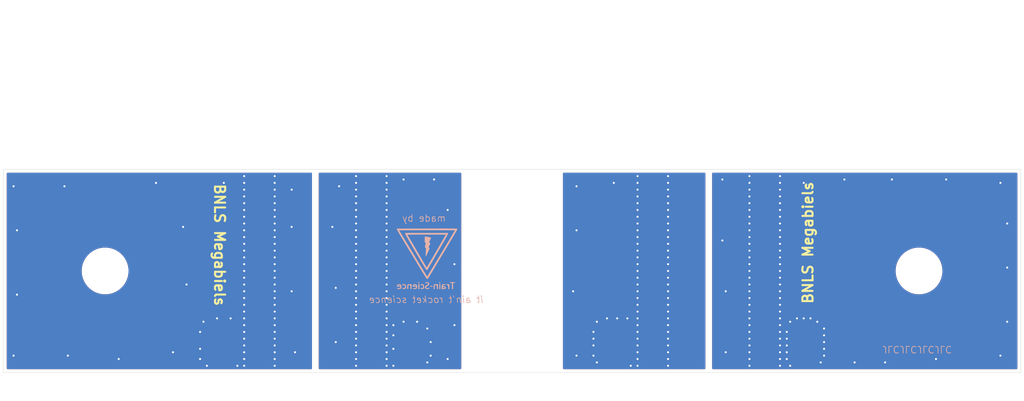
<source format=kicad_pcb>
(kicad_pcb (version 20240108) (generator "pcbnew") (generator_version "8.0")
  (layers (0 "F.Cu" signal) (31 "B.Cu" signal) (34 "B.Paste" user) (35 "F.Paste" user) (36 "B.SilkS" user "B.Silkscreen") (37 "F.SilkS" user "F.Silkscreen") (38 "B.Mask" user) (39 "F.Mask" user) (44 "Edge.Cuts" user))
  (net 0 "")
  (net 1 "/A")
  (net 2 "/B")
  (footprint "Connector_Wire:SolderWirePad_1x01_SMD_1x2mm" (layer "F.Cu") (at 158 104)
    (property "Reference" "J101" (hide yes))
    (property "Value" "Conn_01x01_Pin")
    (pad "1" smd roundrect (at 0 0) (size 3 5) (layers "F.Cu" "F.Paste" "F.Mask") (net 1 "/A"))
  )
  (footprint "MountingHole:MountingHole_6.4mm_M6" (layer "F.Cu") (at 55 93)
    (property "Reference" "REF**" (hide yes))
    (property "Value" "MountingHole_6.4mm_M6")
    (pad "" np_thru_hole circle (at 0 0) (size 6.4 6.4) (drill 6.4) (layers "*.Cu" "*.Mask"))
  )
  (footprint "Connector_Wire:SolderWirePad_1x01_SMD_1x2mm" (layer "F.Cu") (at 100 104)
    (property "Reference" "J101" (hide yes))
    (property "Value" "Conn_01x01_Pin")
    (pad "1" smd roundrect (at 0 0) (size 3 5) (layers "F.Cu" "F.Paste" "F.Mask") (net 1 "/A"))
  )
  (footprint "MountingHole:MountingHole_6.4mm_M6" (layer "F.Cu") (at 115 93)
    (property "Reference" "REF**" (hide yes))
    (property "Value" "MountingHole_6.4mm_M6")
    (pad "" np_thru_hole circle (at 0 0) (size 6.4 6.4) (drill 6.4) (layers "F&B.Cu" "*.Mask"))
  )
  (footprint "Connector_Wire:SolderWirePad_1x01_SMD_1x2mm" (layer "F.Cu") (at 130 104)
    (property "Reference" "J102" (hide yes))
    (property "Value" "Conn_01x01_Pin")
    (pad "1" smd roundrect (at 0 0) (size 3 5) (layers "F.Cu" "F.Paste" "F.Mask") (net 2 "/B"))
  )
  (footprint "Connector_Wire:SolderWirePad_1x01_SMD_1x2mm" (layer "F.Cu") (at 72 104)
    (property "Reference" "J102" (hide yes))
    (property "Value" "Conn_01x01_Pin")
    (pad "1" smd roundrect (at 0 0) (size 3 5) (layers "F.Cu" "F.Paste" "F.Mask") (net 2 "/B"))
  )
  (footprint "MountingHole:MountingHole_6.4mm_M6" (layer "F.Cu") (at 175 93)
    (property "Reference" "REF**" (hide yes))
    (property "Value" "MountingHole_6.4mm_M6")
    (pad "" np_thru_hole circle (at 0 0) (size 6.4 6.4) (drill 6.4) (layers "F&B.Cu" "*.Mask"))
  )
  (footprint "custom_kicad_lib_sk:Train-Science logo small" (layer "B.Cu") (at 102.4 91.3 180)
    (property "Reference" "G***" (hide yes))
    (property "Value" "LOGO" (hide yes))
    (fp_poly (pts (xy 1.223321 -4.3782) (xy 1.062357 -4.3782) (xy 1.062357 -3.637769) (xy 1.223321 -3.637769)) (fill solid) (layer "B.SilkS"))
    (fp_poly (pts (xy -1.867174 -4.3782) (xy -2.028137 -4.3782) (xy -2.028137 -3.637769) (xy -1.867174 -3.637769)) (fill solid) (layer "B.SilkS"))
    (fp_poly (pts (xy 1.211443 -3.365565) (xy 1.235424 -3.397528) (xy 1.241537 -3.467248) (xy 1.192998 -3.5033) (xy 1.1387 -3.508999) (xy 1.079454 -3.497959) (xy 1.066286 -3.453786) (xy 1.068167 -3.436565) (xy 1.099438 -3.378361) (xy 1.155683 -3.352714)) (fill solid) (layer "B.SilkS"))
    (fp_poly (pts (xy -1.879051 -3.365565) (xy -1.85507 -3.397528) (xy -1.848957 -3.467248) (xy -1.897497 -3.5033) (xy -1.951794 -3.508999) (xy -2.01104 -3.497959) (xy -2.024208 -3.453786) (xy -2.022328 -3.436565) (xy -1.991057 -3.378361) (xy -1.934811 -3.352714)) (fill solid) (layer "B.SilkS"))
    (fp_poly (pts (xy -0.612737 -3.9006) (xy -0.533283 -3.922266) (xy -0.490713 -3.961014) (xy -0.488845 -3.967744) (xy -0.490951 -3.998166) (xy -0.520453 -4.01526) (xy -0.590351 -4.022672) (xy -0.689781 -4.024081) (xy -0.808268 -4.020841) (xy -0.874379 -4.009353) (xy -0.899883 -3.986965) (xy -0.901394 -3.976406) (xy -0.873403 -3.933919) (xy -0.802697 -3.906845) (xy -0.709175 -3.895599)) (fill solid) (layer "B.SilkS"))
    (fp_poly (pts (xy -3.20706 -3.649174) (xy -3.187072 -3.671095) (xy -3.167366 -3.687977) (xy -3.124803 -3.671095) (xy -3.032476 -3.639196) (xy -2.952967 -3.641074) (xy -2.904379 -3.674259) (xy -2.897338 -3.702155) (xy -2.912873 -3.749633) (xy -2.970283 -3.766013) (xy -2.992091 -3.76654) (xy -3.08017 -3.784752) (xy -3.139695 -3.843818) (xy -3.1741 -3.950385) (xy -3.18682 -4.1111) (xy -3.187072 -4.143919) (xy -3.188151 -4.264488) (xy -3.194538 -4.33444) (xy -3.210963 -4.367539) (xy -3.242154 -4.377549) (xy -3.267554 -4.3782) (xy -3.348035 -4.3782) (xy -3.348035 -3.637769) (xy -3.267554 -3.637769)) (fill solid) (layer "B.SilkS"))
    (fp_poly (pts (xy -3.669632 -3.34866) (xy -3.559722 -3.351709) (xy -3.492918 -3.358945) (xy -3.458582 -3.372129) (xy -3.446076 -3.393024) (xy -3.444613 -3.412421) (xy -3.454092 -3.452657) (xy -3.493451 -3.471683) (xy -3.579073 -3.476782) (xy -3.58948 -3.476806) (xy -3.734347 -3.476806) (xy -3.734347 -4.3782) (xy -3.89531 -4.3782) (xy -3.89531 -3.480334) (xy -4.047936 -3.470522) (xy -4.148526 -3.457408) (xy -4.198923 -3.431105) (xy -4.21126 -3.404373) (xy -4.210399 -3.380588) (xy -4.190335 -3.364589) (xy -4.140901 -3.354863) (xy -4.051928 -3.349892) (xy -3.91325 -3.348161) (xy -3.833286 -3.348036)) (fill solid) (layer "B.SilkS"))
    (fp_poly (pts (xy 3.456146 -3.654371) (xy 3.543105 -3.697368) (xy 3.592791 -3.756548) (xy 3.594178 -3.814197) (xy 3.572895 -3.852981) (xy 3.542199 -3.843557) (xy 3.513841 -3.819211) (xy 3.424501 -3.7745) (xy 3.322943 -3.773442) (xy 3.238538 -3.81626) (xy 3.237661 -3.817129) (xy 3.201357 -3.890078) (xy 3.187495 -3.994878) (xy 3.196074 -4.103032) (xy 3.227095 -4.186043) (xy 3.237661 -4.198841) (xy 3.321639 -4.242246) (xy 3.423161 -4.241772) (xy 3.512857 -4.197642) (xy 3.513841 -4.196759) (xy 3.559116 -4.162129) (xy 3.582547 -4.174932) (xy 3.594178 -4.201773) (xy 3.589623 -4.267108) (xy 3.534669 -4.324764) (xy 3.443265 -4.364981) (xy 3.341993 -4.3782) (xy 3.23693 -4.364144) (xy 3.150524 -4.312169) (xy 3.116435 -4.280323) (xy 3.06227 -4.220957) (xy 3.03476 -4.166703) (xy 3.027277 -4.094215) (xy 3.032787 -3.985733) (xy 3.063239 -3.823108) (xy 3.128926 -3.713042) (xy 3.232557 -3.652527) (xy 3.346264 -3.637769)) (fill solid) (layer "B.SilkS"))
    (fp_poly (pts (xy 0.784156 -3.654371) (xy 0.871115 -3.697368) (xy 0.920801 -3.756548) (xy 0.922188 -3.814197) (xy 0.900905 -3.852981) (xy 0.870209 -3.843557) (xy 0.841851 -3.819211) (xy 0.752511 -3.7745) (xy 0.650954 -3.773442) (xy 0.566548 -3.81626) (xy 0.565671 -3.817129) (xy 0.529974 -3.888454) (xy 0.515171 -3.998249) (xy 0.515082 -4.007985) (xy 0.527932 -4.119813) (xy 0.562192 -4.195116) (xy 0.565671 -4.198841) (xy 0.649649 -4.242246) (xy 0.751171 -4.241772) (xy 0.840868 -4.197642) (xy 0.841851 -4.196759) (xy 0.887126 -4.162129) (xy 0.910558 -4.174932) (xy 0.922188 -4.201773) (xy 0.917633 -4.267108) (xy 0.862679 -4.324764) (xy 0.771275 -4.364981) (xy 0.670003 -4.3782) (xy 0.56494 -4.364144) (xy 0.478534 -4.312169) (xy 0.444446 -4.280323) (xy 0.39028 -4.220957) (xy 0.36277 -4.166703) (xy 0.355287 -4.094215) (xy 0.360798 -3.985733) (xy 0.391249 -3.823108) (xy 0.456936 -3.713042) (xy 0.560567 -3.652527) (xy 0.674274 -3.637769)) (fill solid) (layer "B.SilkS"))
    (fp_poly (pts (xy 0.08045 -3.363771) (xy 0.163476 -3.40824) (xy 0.193154 -3.477335) (xy 0.193156 -3.477939) (xy 0.170182 -3.528914) (xy 0.121334 -3.539789) (xy 0.080482 -3.508999) (xy 0.032611 -3.483439) (xy -0.047363 -3.477888) (xy -0.130866 -3.490818) (xy -0.189325 -3.520703) (xy -0.191874 -3.52355) (xy -0.21804 -3.596183) (xy -0.180966 -3.673245) (xy -0.081544 -3.753443) (xy -0.004028 -3.796699) (xy 0.136108 -3.882305) (xy 0.216714 -3.971193) (xy 0.24249 -4.071135) (xy 0.223825 -4.173564) (xy 0.164082 -4.275535) (xy 0.095495 -4.330471) (xy -0.018443 -4.366535) (xy -0.150995 -4.376193) (xy -0.274362 -4.359597) (xy -0.346956 -4.328086) (xy -0.40363 -4.272052) (xy -0.419312 -4.22251) (xy -0.394108 -4.195068) (xy -0.346071 -4.199064) (xy -0.197064 -4.233359) (xy -0.075009 -4.242002) (xy 0.005829 -4.224264) (xy 0.015788 -4.217493) (xy 0.061853 -4.14537) (xy 0.055341 -4.062595) (xy 0.002818 -3.983964) (xy -0.089151 -3.924271) (xy -0.119083 -3.913566) (xy -0.188092 -3.877866) (xy -0.269912 -3.816568) (xy -0.288095 -3.800264) (xy -0.365715 -3.694707) (xy -0.385703 -3.587357) (xy -0.353625 -3.488715) (xy -0.27505 -3.409279) (xy -0.155545 -3.359551) (xy -0.048289 -3.348036)) (fill solid) (layer "B.SilkS"))
    (fp_poly (pts (xy -2.40532 -3.645768) (xy -2.326525 -3.67613) (xy -2.275297 -3.738404) (xy -2.245189 -3.842138) (xy -2.22975 -3.996881) (xy -2.226439 -4.069661) (xy -2.215488 -4.366149) (xy -2.45432 -4.371021) (xy -2.611055 -4.367821) (xy -2.715337 -4.349617) (xy -2.763052 -4.326932) (xy -2.817997 -4.253657) (xy -2.8318 -4.157537) (xy -2.826579 -4.141434) (xy -2.663371 -4.141434) (xy -2.661178 -4.198977) (xy -2.617211 -4.235887) (xy -2.541587 -4.248708) (xy -2.462907 -4.236034) (xy -2.420887 -4.210799) (xy -2.387663 -4.147033) (xy -2.382256 -4.110009) (xy -2.391113 -4.070273) (xy -2.429399 -4.05887) (xy -2.5002 -4.066989) (xy -2.611613 -4.096669) (xy -2.663371 -4.141434) (xy -2.826579 -4.141434) (xy -2.80241 -4.066887) (xy -2.783578 -4.04369) (xy -2.714915 -4.000608) (xy -2.611053 -3.960717) (xy -2.500848 -3.933723) (xy -2.438593 -3.927683) (xy -2.39073 -3.905832) (xy -2.389171 -3.848663) (xy -2.411779 -3.801951) (xy -2.44845 -3.775964) (xy -2.522247 -3.768689) (xy -2.620538 -3.77548) (xy -2.726931 -3.782973) (xy -2.782746 -3.776184) (xy -2.800575 -3.753278) (xy -2.80076 -3.74925) (xy -2.770723 -3.693209) (xy -2.685633 -3.655257) (xy -2.553023 -3.638364) (xy -2.518132 -3.637769)) (fill solid) (layer "B.SilkS"))
    (fp_poly (pts (xy 4.191957 -3.665419) (xy 4.293411 -3.737669) (xy 4.360573 -3.838471) (xy 4.3782 -3.925027) (xy 4.3782 -4.024081) (xy 4.120659 -4.024081) (xy 3.992123 -4.025517) (xy 3.915069 -4.031892) (xy 3.876617 -4.046313) (xy 3.86389 -4.071882) (xy 3.863118 -4.086167) (xy 3.886785 -4.17496) (xy 3.959423 -4.227168) (xy 4.083491 -4.244072) (xy 4.15906 -4.240295) (xy 4.267524 -4.233706) (xy 4.325375 -4.2403) (xy 4.345405 -4.262067) (xy 4.346008 -4.269376) (xy 4.317527 -4.321331) (xy 4.243324 -4.357024) (xy 4.140255 -4.375338) (xy 4.025174 -4.375154) (xy 3.91494 -4.355354) (xy 3.826407 -4.31482) (xy 3.813457 -4.304705) (xy 3.748327 -4.223779) (xy 3.71501 -4.110586) (xy 3.710957 -4.07989) (xy 3.714938 -3.908) (xy 3.730244 -3.869557) (xy 3.863118 -3.869557) (xy 3.892233 -3.883662) (xy 3.967337 -3.893017) (xy 4.040178 -3.895311) (xy 4.137154 -3.891076) (xy 4.201466 -3.880152) (xy 4.217237 -3.869557) (xy 4.188421 -3.814477) (xy 4.114915 -3.776712) (xy 4.040178 -3.76654) (xy 3.945509 -3.783306) (xy 3.880602 -3.826073) (xy 3.863118 -3.869557) (xy 3.730244 -3.869557) (xy 3.767799 -3.775233) (xy 3.866587 -3.685192) (xy 4.008349 -3.641482) (xy 4.073248 -3.637769)) (fill solid) (layer "B.SilkS"))
    (fp_poly (pts (xy 2.715567 -3.652213) (xy 2.788671 -3.700519) (xy 2.835175 -3.79015) (xy 2.859236 -3.928568) (xy 2.865146 -4.092808) (xy 2.86448 -4.228722) (xy 2.860137 -4.312734) (xy 2.848595 -4.357328) (xy 2.826334 -4.374987) (xy 2.789834 -4.378194) (xy 2.784664 -4.3782) (xy 2.744587 -4.375415) (xy 2.72067 -4.358257) (xy 2.708742 -4.313522) (xy 2.704637 -4.228007) (xy 2.704183 -4.123292) (xy 2.70181 -3.995739) (xy 2.69553 -3.889366) (xy 2.686599 -3.82384) (xy 2.684642 -3.817462) (xy 2.638586 -3.775444) (xy 2.56069 -3.771399) (xy 2.471162 -3.805399) (xy 2.453804 -3.816654) (xy 2.417528 -3.84892) (xy 2.396019 -3.893461) (xy 2.385541 -3.966262) (xy 2.382352 -4.083304) (xy 2.382256 -4.122485) (xy 2.381383 -4.249664) (xy 2.375999 -4.325642) (xy 2.361955 -4.363601) (xy 2.335101 -4.376724) (xy 2.301774 -4.3782) (xy 2.221293 -4.3782) (xy 2.221293 -4.007985) (xy 2.22168 -3.849262) (xy 2.224378 -3.743962) (xy 2.231689 -3.681124) (xy 2.245918 -3.649787) (xy 2.269368 -3.638988) (xy 2.299092 -3.637769) (xy 2.364561 -3.652507) (xy 2.391646 -3.67801) (xy 2.413142 -3.702107) (xy 2.449056 -3.67801) (xy 2.508105 -3.651219) (xy 2.597263 -3.63805) (xy 2.611707 -3.637769)) (fill solid) (layer "B.SilkS"))
    (fp_poly (pts (xy 1.874086 -3.665419) (xy 1.97554 -3.737669) (xy 2.042702 -3.838471) (xy 2.06033 -3.925027) (xy 2.06033 -4.024081) (xy 1.802788 -4.024081) (xy 1.674253 -4.025517) (xy 1.597198 -4.031892) (xy 1.558746 -4.046313) (xy 1.54602 -4.071882) (xy 1.545247 -4.086167) (xy 1.568914 -4.17496) (xy 1.641552 -4.227168) (xy 1.76562 -4.244072) (xy 1.841189 -4.240295) (xy 1.949653 -4.233706) (xy 2.007504 -4.2403) (xy 2.027535 -4.262067) (xy 2.028137 -4.269376) (xy 1.999657 -4.321331) (xy 1.925454 -4.357024) (xy 1.822384 -4.375338) (xy 1.707304 -4.375154) (xy 1.597069 -4.355354) (xy 1.508536 -4.31482) (xy 1.495586 -4.304705) (xy 1.430456 -4.223779) (xy 1.397139 -4.110586) (xy 1.393087 -4.07989) (xy 1.397067 -3.908) (xy 1.412373 -3.869557) (xy 1.545247 -3.869557) (xy 1.574363 -3.883662) (xy 1.649466 -3.893017) (xy 1.722307 -3.895311) (xy 1.819283 -3.891076) (xy 1.883595 -3.880152) (xy 1.899366 -3.869557) (xy 1.87055 -3.814477) (xy 1.797044 -3.776712) (xy 1.722307 -3.76654) (xy 1.627639 -3.783306) (xy 1.562731 -3.826073) (xy 1.545247 -3.869557) (xy 1.412373 -3.869557) (xy 1.449928 -3.775233) (xy 1.548716 -3.685192) (xy 1.690478 -3.641482) (xy 1.755377 -3.637769)) (fill solid) (layer "B.SilkS"))
    (fp_poly (pts (xy -1.179743 -3.652213) (xy -1.106639 -3.700519) (xy -1.060135 -3.79015) (xy -1.036075 -3.928568) (xy -1.030165 -4.092808) (xy -1.03083 -4.228722) (xy -1.035174 -4.312734) (xy -1.046716 -4.357328) (xy -1.068976 -4.374987) (xy -1.105476 -4.378194) (xy -1.110646 -4.3782) (xy -1.150723 -4.375415) (xy -1.174641 -4.358257) (xy -1.186568 -4.313522) (xy -1.190674 -4.228007) (xy -1.191128 -4.123292) (xy -1.193501 -3.995739) (xy -1.199781 -3.889366) (xy -1.208712 -3.82384) (xy -1.210669 -3.817462) (xy -1.256725 -3.775444) (xy -1.33462 -3.771399) (xy -1.424149 -3.805399) (xy -1.441506 -3.816654) (xy -1.477783 -3.84892) (xy -1.499291 -3.893461) (xy -1.50977 -3.966262) (xy -1.512958 -4.083304) (xy -1.513054 -4.122485) (xy -1.513927 -4.249664) (xy -1.519311 -4.325642) (xy -1.533355 -4.363601) (xy -1.560209 -4.376724) (xy -1.593536 -4.3782) (xy -1.674018 -4.3782) (xy -1.674018 -4.007985) (xy -1.67363 -3.849262) (xy -1.670933 -3.743962) (xy -1.663621 -3.681124) (xy -1.649392 -3.649787) (xy -1.625943 -3.638988) (xy -1.596219 -3.637769) (xy -1.53075 -3.652507) (xy -1.503665 -3.67801) (xy -1.482168 -3.702107) (xy -1.446255 -3.67801) (xy -1.387205 -3.651219) (xy -1.298048 -3.63805) (xy -1.283604 -3.637769)) (fill solid) (layer "B.SilkS"))
    (fp_poly (pts (xy 0.250482 3.398018) (xy 0.258312 3.360431) (xy 0.266207 3.271171) (xy 0.273323 3.142944) (xy 0.278815 2.988455) (xy 0.279494 2.961822) (xy 0.283147 2.79102) (xy 0.28333 2.672993) (xy 0.27842 2.596159) (xy 0.266793 2.548934) (xy 0.246824 2.519735) (xy 0.216889 2.496979) (xy 0.214047 2.495112) (xy 0.177374 2.463714) (xy 0.157846 2.420729) (xy 0.155167 2.353836) (xy 0.169042 2.250716) (xy 0.199173 2.099046) (xy 0.20399 2.076426) (xy 0.234196 1.927607) (xy 0.248081 1.829473) (xy 0.244797 1.770209) (xy 0.223496 1.738003) (xy 0.183328 1.721039) (xy 0.178383 1.719762) (xy 0.093995 1.698582) (xy 0.113104 1.340229) (xy 0.122361 1.168329) (xy 0.13182 0.9955) (xy 0.140114 0.846597) (xy 0.144094 0.776804) (xy 0.147732 0.616402) (xy 0.136399 0.518612) (xy 0.110043 0.48341) (xy 0.068612 0.510774) (xy 0.012053 0.600683) (xy -0.036281 0.70019) (xy -0.094889 0.829583) (xy -0.151819 0.955614) (xy -0.192615 1.046261) (xy -0.235959 1.142058) (xy -0.293724 1.268625) (xy -0.352412 1.396402) (xy -0.410483 1.535855) (xy -0.432862 1.630868) (xy -0.419591 1.690556) (xy -0.370712 1.724039) (xy -0.353957 1.729118) (xy -0.302087 1.746117) (xy -0.289734 1.754248) (xy -0.301976 1.787815) (xy -0.333966 1.863803) (xy -0.378601 1.966115) (xy -0.428778 2.078653) (xy -0.477393 2.185319) (xy -0.517132 2.269582) (xy -0.553917 2.350924) (xy -0.561542 2.396199) (xy -0.540994 2.426228) (xy -0.525165 2.438593) (xy -0.452176 2.472508) (xy -0.412351 2.478834) (xy -0.36338 2.484926) (xy -0.354119 2.492061) (xy -0.366789 2.526986) (xy -0.400137 2.60474) (xy -0.447168 2.710013) (xy -0.500888 2.827498) (xy -0.554304 2.941887) (xy -0.600421 3.037873) (xy -0.630486 3.096942) (xy -0.659596 3.160107) (xy -0.65177 3.193594) (xy -0.620583 3.213855) (xy -0.53333 3.246777) (xy -0.395236 3.27925) (xy -0.273637 3.301207) (xy -0.190498 3.31751) (xy -0.07335 3.34338) (xy 0.027233 3.367139) (xy 0.134416 3.389945) (xy 0.215087 3.40089)) (fill solid) (layer "B.SilkS"))
    (fp_poly (pts (xy 3.179239 3.830925) (xy 3.169077 3.796052) (xy 3.134748 3.721875) (xy 3.075339 3.60678) (xy 2.989941 3.449155) (xy 2.877641 3.24739) (xy 2.737526 2.999872) (xy 2.568687 2.704989) (xy 2.370211 2.361128) (xy 2.141187 1.966679) (xy 1.880703 1.52003) (xy 1.631778 1.09455) (xy 1.368647 0.645596) (xy 1.135907 0.249143) (xy 0.93161 -0.097982) (xy 0.753807 -0.398953) (xy 0.60055 -0.656942) (xy 0.469891 -0.875124) (xy 0.359881 -1.05667) (xy 0.268572 -1.204755) (xy 0.194014 -1.322552) (xy 0.134261 -1.413233) (xy 0.087362 -1.479973) (xy 0.051371 -1.525943) (xy 0.024337 -1.554318) (xy 0.004314 -1.568271) (xy -0.004969 -1.571019) (xy -0.078828 -1.563333) (xy -0.118283 -1.538827) (xy -0.138767 -1.505458) (xy -0.189191 -1.420294) (xy -0.267262 -1.287274) (xy -0.370688 -1.110339) (xy -0.497173 -0.893428) (xy -0.644426 -0.640482) (xy -0.810153 -0.355441) (xy -0.99206 -0.042244) (xy -1.187855 0.295169) (xy -1.395243 0.652857) (xy -1.611932 1.02688) (xy -1.660439 1.110646) (xy -1.943382 1.600038) (xy -2.194371 2.035755) (xy -2.414343 2.419476) (xy -2.604234 2.752877) (xy -2.764981 3.037634) (xy -2.89752 3.275425) (xy -3.002787 3.467927) (xy -3.081719 3.616816) (xy -3.100264 3.653866) (xy -2.831057 3.653866) (xy -1.427803 1.229825) (xy -1.217976 0.867944) (xy -1.017222 0.522838) (xy -0.827885 0.198474) (xy -0.652308 -0.101185) (xy -0.492836 -0.372174) (xy -0.351814 -0.61053) (xy -0.231586 -0.812287) (xy -0.134496 -0.973481) (xy -0.062889 -1.090149) (xy -0.019109 -1.158326) (xy -0.005551 -1.175218) (xy 0.013203 -1.145197) (xy 0.062076 -1.063637) (xy 0.138687 -0.934577) (xy 0.240658 -0.762061) (xy 0.365609 -0.55013) (xy 0.511161 -0.302826) (xy 0.674935 -0.02419) (xy 0.854552 0.281735) (xy 1.047632 0.610908) (xy 1.251797 0.959287) (xy 1.421346 1.248823) (xy 2.829247 3.653866) (xy 1.414623 3.662249) (xy 1.04211 3.663984) (xy 0.624153 3.665121) (xy 0.179691 3.665659) (xy -0.272337 3.665598) (xy -0.712992 3.664938) (xy -1.123334 3.663678) (xy -1.415529 3.662249) (xy -2.831057 3.653866) (xy -3.100264 3.653866) (xy -3.135253 3.723769) (xy -3.164325 3.790463) (xy -3.17064 3.814829) (xy -3.170976 3.911407) (xy 3.170976 3.911407)) (fill solid) (layer "B.SilkS"))
    (fp_poly (pts (xy -2.177236 4.566716) (xy -1.724771 4.566214) (xy -1.217326 4.565463) (xy -0.651718 4.564501) (xy -0.055144 4.563421) (xy 4.394297 4.55526) (xy 4.402412 4.474778) (xy 4.392766 4.444092) (xy 4.360546 4.377472) (xy 4.304831 4.273357) (xy 4.224701 4.130187) (xy 4.119236 3.9464) (xy 3.987517 3.720436) (xy 3.828623 3.450735) (xy 3.641634 3.135735) (xy 3.425631 2.773875) (xy 3.179692 2.363596) (xy 2.902899 1.903335) (xy 2.594331 1.391532) (xy 2.253068 0.826627) (xy 2.210681 0.756527) (xy 1.892208 0.230049) (xy 1.605234 -0.243951) (xy 1.348069 -0.66817) (xy 1.119028 -1.045302) (xy 0.916421 -1.378044) (xy 0.738561 -1.669091) (xy 0.583761 -1.921141) (xy 0.450332 -2.136888) (xy 0.336586 -2.319029) (xy 0.240836 -2.470259) (xy 0.161394 -2.593274) (xy 0.096573 -2.690771) (xy 0.044683 -2.765444) (xy 0.004038 -2.819991) (xy -0.02705 -2.857107) (xy -0.05027 -2.879488) (xy -0.067308 -2.88983) (xy -0.073048 -2.891234) (xy -0.156237 -2.877194) (xy -0.204854 -2.826849) (xy -0.227047 -2.790521) (xy -0.280348 -2.702298) (xy -0.362758 -2.565508) (xy -0.47228 -2.383476) (xy -0.606914 -2.159531) (xy -0.764662 -1.897) (xy -0.943527 -1.599208) (xy -1.141509 -1.269484) (xy -1.356611 -0.911155) (xy -1.586834 -0.527547) (xy -1.830181 -0.121988) (xy -2.084652 0.302196) (xy -2.348249 0.741676) (xy -2.411808 0.847656) (xy -2.72913 1.377004) (xy -3.014693 1.853894) (xy -3.270035 2.280976) (xy -3.496692 2.660897) (xy -3.696204 2.996307) (xy -3.870107 3.289854) (xy -4.01994 3.544188) (xy -4.147239 3.761957) (xy -4.253544 3.94581) (xy -4.340391 4.098397) (xy -4.409319 4.222366) (xy -4.449721 4.297718) (xy -4.178624 4.297718) (xy -0.08088 -2.532058) (xy 0.192957 -2.079549) (xy 0.247331 -1.989669) (xy 0.332405 -1.84901) (xy 0.445566 -1.661887) (xy 0.584205 -1.43262) (xy 0.74571 -1.165527) (xy 0.92747 -0.864926) (xy 1.126875 -0.535135) (xy 1.341313 -0.180472) (xy 1.568173 0.194744) (xy 1.804844 0.586196) (xy 2.048716 0.989564) (xy 2.257763 1.33534) (xy 4.048733 4.297718) (xy 1.992174 4.306003) (xy 1.548356 4.307468) (xy 1.05587 4.308526) (xy 0.530432 4.309176) (xy -0.012241 4.309419) (xy -0.556433 4.309254) (xy -1.086428 4.308682) (xy -1.58651 4.307702) (xy -2.040962 4.306315) (xy -2.121505 4.306003) (xy -4.178624 4.297718) (xy -4.449721 4.297718) (xy -4.461864 4.320365) (xy -4.499566 4.395045) (xy -4.523961 4.449053) (xy -4.536588 4.485039) (xy -4.538984 4.505651) (xy -4.537712 4.509683) (xy -4.531875 4.518362) (xy -4.522005 4.526181) (xy -4.504918 4.533179) (xy -4.47743 4.539392) (xy -4.436357 4.54486) (xy -4.378514 4.549621) (xy -4.300717 4.553712) (xy -4.199782 4.557172) (xy -4.072525 4.560039) (xy -3.915762 4.562352) (xy -3.726308 4.564148) (xy -3.50098 4.565466) (xy -3.236592 4.566343) (xy -2.929962 4.566818) (xy -2.577905 4.56693)) (fill solid) (layer "B.SilkS"))
  )
  (gr_rect (start 40 78) (end 190 108) (stroke (width 0.05)) (fill none) (layer "Edge.Cuts"))
  (gr_text "made by" (at 105.3 85.8 0) (layer "B.SilkS") (effects (font (size 1 1) (thickness 0.1)) (justify left bottom mirror)))
  (gr_text "it ain't rocket science" (at 110.9 97.8 0) (layer "B.SilkS") (effects (font (size 1 1) (thickness 0.1) (italic yes)) (justify left bottom mirror)))
  (gr_text "JLCJLCJLCJLC" (at 169.5 104 180) (layer "B.SilkS") (effects (font (size 1 1) (thickness 0.1)) (justify left bottom mirror)))
  (gr_text "BNLS Megabiels" (at 159.5 98 90) (layer "F.SilkS") (effects (font (size 1.5 1.5) (thickness 0.3) (bold yes)) (justify left bottom)))
  (gr_text "BNLS Megabiels" (at 71 80 -90) (layer "F.SilkS") (effects (font (size 1.5 1.5) (thickness 0.3) (bold yes)) (justify left bottom)))
  (via (at 179 79.5) (size 0.6) (drill 0.3) (layers "F.Cu" "B.Cu") (net 1))
  (via (at 92 85) (size 0.6) (drill 0.3) (layers "F.Cu" "B.Cu") (net 1))
  (via (at 146.5 105) (size 0.6) (drill 0.3) (layers "F.Cu" "B.Cu") (net 1))
  (via (at 158 80) (size 0.6) (drill 0.3) (layers "F.Cu" "B.Cu") (net 1))
  (via (at 154.5 94) (size 0.6) (drill 0.3) (layers "F.Cu" "B.Cu") (net 1))
  (via (at 96.5 88) (size 0.6) (drill 0.3) (layers "F.Cu" "B.Cu") (net 1))
  (via (at 150 84) (size 0.6) (drill 0.3) (layers "F.Cu" "B.Cu") (net 1))
  (via (at 96.5 90) (size 0.6) (drill 0.3) (layers "F.Cu" "B.Cu") (net 1))
  (via (at 146 88.5) (size 0.6) (drill 0.3) (layers "F.Cu" "B.Cu") (net 1))
  (via (at 154.5 98) (size 0.6) (drill 0.3) (layers "F.Cu" "B.Cu") (net 1))
  (via (at 150 99) (size 0.6) (drill 0.3) (layers "F.Cu" "B.Cu") (net 1))
  (via (at 106.5 92) (size 0.6) (drill 0.3) (layers "F.Cu" "B.Cu") (net 1))
  (via (at 150 104) (size 0.6) (drill 0.3) (layers "F.Cu" "B.Cu") (net 1))
  (via (at 150 105) (size 0.6) (drill 0.3) (layers "F.Cu" "B.Cu") (net 1))
  (via (at 155.5 106) (size 0.6) (drill 0.3) (layers "F.Cu" "B.Cu") (net 1))
  (via (at 99 79.5) (size 0.6) (drill 0.3) (layers "F.Cu" "B.Cu") (net 1))
  (via (at 164 79.5) (size 0.6) (drill 0.3) (layers "F.Cu" "B.Cu") (net 1))
  (via (at 161 105.5) (size 0.6) (drill 0.3) (layers "F.Cu" "B.Cu") (net 1))
  (via (at 154.5 93) (size 0.6) (drill 0.3) (layers "F.Cu" "B.Cu") (net 1))
  (via (at 160 100.5) (size 0.6) (drill 0.3) (layers "F.Cu" "B.Cu") (net 1))
  (via (at 92 82) (size 0.6) (drill 0.3) (layers "F.Cu" "B.Cu") (net 1))
  (via (at 150 80) (size 0.6) (drill 0.3) (layers "F.Cu" "B.Cu") (net 1))
  (via (at 97.5 101) (size 0.6) (drill 0.3) (layers "F.Cu" "B.Cu") (net 1))
  (via (at 150 82) (size 0.6) (drill 0.3) (layers "F.Cu" "B.Cu") (net 1))
  (via (at 158 100) (size 0.6) (drill 0.3) (layers "F.Cu" "B.Cu") (net 1))
  (via (at 187 105.5) (size 0.6) (drill 0.3) (layers "F.Cu" "B.Cu") (net 1))
  (via (at 96.5 92) (size 0.6) (drill 0.3) (layers "F.Cu" "B.Cu") (net 1))
  (via (at 96.5 101) (size 0.6) (drill 0.3) (layers "F.Cu" "B.Cu") (net 1))
  (via (at 99 100.5) (size 0.6) (drill 0.3) (layers "F.Cu" "B.Cu") (net 1))
  (via (at 150 89) (size 0.6) (drill 0.3) (layers "F.Cu" "B.Cu") (net 1))
  (via (at 150 88) (size 0.6) (drill 0.3) (layers "F.Cu" "B.Cu") (net 1))
  (via (at 92 98) (size 0.6) (drill 0.3) (layers "F.Cu" "B.Cu") (net 1))
  (via (at 89 95.5) (size 0.6) (drill 0.3) (layers "F.Cu" "B.Cu") (net 1))
  (via (at 150 103) (size 0.6) (drill 0.3) (layers "F.Cu" "B.Cu") (net 1))
  (via (at 96.5 96) (size 0.6) (drill 0.3) (layers "F.Cu" "B.Cu") (net 1))
  (via (at 161 102.5) (size 0.6) (drill 0.3) (layers "F.Cu" "B.Cu") (net 1))
  (via (at 150 90) (size 0.6) (drill 0.3) (layers "F.Cu" "B.Cu") (net 1))
  (via (at 154.5 80) (size 0.6) (drill 0.3) (layers "F.Cu" "B.Cu") (net 1))
  (via (at 154.5 82) (size 0.6) (drill 0.3) (layers "F.Cu" "B.Cu") (net 1))
  (via (at 161 101.5) (size 0.6) (drill 0.3) (layers "F.Cu" "B.Cu") (net 1))
  (via (at 161 104.5) (size 0.6) (drill 0.3) (layers "F.Cu" "B.Cu") (net 1))
  (via (at 96.5 84) (size 0.6) (drill 0.3) (layers "F.Cu" "B.Cu") (net 1))
  (via (at 150 106) (size 0.6) (drill 0.3) (layers "F.Cu" "B.Cu") (net 1))
  (via (at 96.5 106) (size 0.6) (drill 0.3) (layers "F.Cu" "B.Cu") (net 1))
  (via (at 92 99) (size 0.6) (drill 0.3) (layers "F.Cu" "B.Cu") (net 1))
  (via (at 187 80) (size 0.6) (drill 0.3) (layers "F.Cu" "B.Cu") (net 1))
  (via (at 150 81) (size 0.6) (drill 0.3) (layers "F.Cu" "B.Cu") (net 1))
  (via (at 170 106.5) (size 0.6) (drill 0.3) (layers "F.Cu" "B.Cu") (net 1))
  (via (at 92 89) (size 0.6) (drill 0.3) (layers "F.Cu" "B.Cu") (net 1))
  (via (at 105.5 84) (size 0.6) (drill 0.3) (layers "F.Cu" "B.Cu") (net 1))
  (via (at 96.5 85) (size 0.6) (drill 0.3) (layers "F.Cu" "B.Cu") (net 1))
  (via (at 188 92.5) (size 0.6) (drill 0.3) (layers "F.Cu" "B.Cu") (net 1))
  (via (at 154.5 92) (size 0.6) (drill 0.3) (layers "F.Cu" "B.Cu") (net 1))
  (via (at 155.5 105) (size 0.6) (drill 0.3) (layers "F.Cu" "B.Cu") (net 1))
  (via (at 103 105.5) (size 0.6) (drill 0.3) (layers "F.Cu" "B.Cu") (net 1))
  (via (at 102.5 106.5) (size 0.6) (drill 0.3) (layers "F.Cu" "B.Cu") (net 1))
  (via (at 150 96) (size 0.6) (drill 0.3) (layers "F.Cu" "B.Cu") (net 1))
  (via (at 96.5 97) (size 0.6) (drill 0.3) (layers "F.Cu" "B.Cu") (net 1))
  (via (at 150 92) (size 0.6) (drill 0.3) (layers "F.Cu" "B.Cu") (net 1))
  (via (at 103 103.5) (size 0.6) (drill 0.3) (layers "F.Cu" "B.Cu") (net 1))
  (via (at 92 101) (size 0.6) (drill 0.3) (layers "F.Cu" "B.Cu") (net 1))
  (via (at 92 97) (size 0.6) (drill 0.3) (layers "F.Cu" "B.Cu") (net 1))
  (via (at 92 79) (size 0.6) (drill 0.3) (layers "F.Cu" "B.Cu") (net 1))
  (via (at 154.5 101) (size 0.6) (drill 0.3) (layers "F.Cu" "B.Cu") (net 1))
  (via (at 150 85) (size 0.6) (drill 0.3) (layers "F.Cu" "B.Cu") (net 1))
  (via (at 97.5 104.5) (size 0.6) (drill 0.3) (layers "F.Cu" "B.Cu") (net 1))
  (via (at 150 91) (size 0.6) (drill 0.3) (layers "F.Cu" "B.Cu") (net 1))
  (via (at 154.5 96) (size 0.6) (drill 0.3) (layers "F.Cu" "B.Cu") (net 1))
  (via (at 177.5 106) (size 0.6) (drill 0.3) (layers "F.Cu" "B.Cu") (net 1))
  (via (at 188 86) (size 0.6) (drill 0.3) (layers "F.Cu" "B.Cu") (net 1))
  (via (at 154.5 107) (size 0.6) (drill 0.3) (layers "F.Cu" "B.Cu") (net 1))
  (via (at 146.5 96) (size 0.6) (drill 0.3) (layers "F.Cu" "B.Cu") (net 1))
  (via (at 92 107) (size 0.6) (drill 0.3) (layers "F.Cu" "B.Cu") (net 1))
  (via (at 156 100.5) (size 0.6) (drill 0.3) (layers "F.Cu" "B.Cu") (net 1))
  (via (at 96.5 89) (size 0.6) (drill 0.3) (layers "F.Cu" "B.Cu") (net 1))
  (via (at 97.5 102.5) (size 0.6) (drill 0.3) (layers "F.Cu" "B.Cu") (net 1))
  (via (at 105.5 106) (size 0.6) (drill 0.3) (layers "F.Cu" "B.Cu") (net 1))
  (via (at 146 79.5) (size 0.6) (drill 0.3) (layers "F.Cu" "B.Cu") (net 1))
  (via (at 154.5 90) (size 0.6) (drill 0.3) (layers "F.Cu" "B.Cu") (net 1))
  (via (at 154.5 99) (size 0.6) (drill 0.3) (layers "F.Cu" "B.Cu") (net 1))
  (via (at 96.5 86) (size 0.6) (drill 0.3) (layers "F.Cu" "B.Cu") (net 1))
  (via (at 96.5 99) (size 0.6) (drill 0.3) (layers "F.Cu" "B.Cu") (net 1))
  (via (at 150 83) (size 0.6) (drill 0.3) (layers "F.Cu" "B.Cu") (net 1))
  (via (at 96.5 87) (size 0.6) (drill 0.3) (layers "F.Cu" "B.Cu") (net 1))
  (via (at 92 104) (size 0.6) (drill 0.3) (layers "F.Cu" "B.Cu") (net 1))
  (via (at 101 100.5) (size 0.6) (drill 0.3) (layers "F.Cu" "B.Cu") (net 1))
  (via (at 159 100) (size 0.6) (drill 0.3) (layers "F.Cu" "B.Cu") (net 1))
  (via (at 154.5 104) (size 0.6) (drill 0.3) (layers "F.Cu" "B.Cu") (net 1))
  (via (at 155.5 102) (size 0.6) (drill 0.3) (layers "F.Cu" "B.Cu") (net 1))
  (via (at 92 81) (size 0.6) (drill 0.3) (layers "F.Cu" "B.Cu") (net 1))
  (via (at 154.5 105) (size 0.6) (drill 0.3) (layers "F.Cu" "B.Cu") (net 1))
  (via (at 96.5 102) (size 0.6) (drill 0.3) (layers "F.Cu" "B.Cu") (net 1))
  (via (at 150 102) (size 0.6) (drill 0.3) (layers "F.Cu" "B.Cu") (net 1))
  (via (at 150 93) (size 0.6) (drill 0.3) (layers "F.Cu" "B.Cu") (net 1))
  (via (at 154.5 87) (size 0.6) (drill 0.3) (layers "F.Cu" "B.Cu") (net 1))
  (via (at 154.5 83) (size 0.6) (drill 0.3) (layers "F.Cu" "B.Cu") (net 1))
  (via (at 154.5 85) (size 0.6) (drill 0.3) (layers "F.Cu" "B.Cu") (net 1))
  (via (at 154.5 79) (size 0.6) (drill 0.3) (layers "F.Cu" "B.Cu") (net 1))
  (via (at 96.5 105) (size 0.6) (drill 0.3) (layers "F.Cu" "B.Cu") (net 1))
  (via (at 92 88) (size 0.6) (drill 0.3) (layers "F.Cu" "B.Cu") (net 1))
  (via (at 92 102) (size 0.6) (drill 0.3) (layers "F.Cu" "B.Cu") (net 1))
  (via (at 150 87) (size 0.6) (drill 0.3) (layers "F.Cu" "B.Cu") (net 1))
  (via (at 171 79.5) (size 0.6) (drill 0.3) (layers "F.Cu" "B.Cu") (net 1))
  (via (at 96.5 83) (size 0.6) (drill 0.3) (layers "F.Cu" "B.Cu") (net 1))
  (via (at 89 103.5) (size 0.6) (drill 0.3) (layers "F.Cu" "B.Cu") (net 1))
  (via (at 96.5 91) (size 0.6) (drill 0.3) (layers "F.Cu" "B.Cu") (net 1))
  (via (at 96.5 100) (size 0.6) (drill 0.3) (layers "F.Cu" "B.Cu") (net 1))
  (via (at 154.5 86) (size 0.6) (drill 0.3) (layers "F.Cu" "B.Cu") (net 1))
  (via (at 92 103) (size 0.6) (drill 0.3) (layers "F.Cu" "B.Cu") (net 1))
  (via (at 96.5 98) (size 0.6) (drill 0.3) (layers "F.Cu" "B.Cu") (net 1))
  (via (at 92 80) (size 0.6) (drill 0.3) (layers "F.Cu" "B.Cu") (net 1))
  (via (at 154.5 88) (size 0.6) (drill 0.3) (layers "F.Cu" "B.Cu") (net 1))
  (via (at 92 94) (size 0.6) (drill 0.3) (layers "F.Cu" "B.Cu") (net 1))
  (via (at 92 95) (size 0.6) (drill 0.3) (layers "F.Cu" "B.Cu") (net 1))
  (via (at 92 91) (size 0.6) (drill 0.3) (layers "F.Cu" "B.Cu") (net 1))
  (via (at 150 79) (size 0.6) (drill 0.3) (layers "F.Cu" "B.Cu") (net 1))
  (via (at 88.5 86.5) (size 0.6) (drill 0.3) (layers "F.Cu" "B.Cu") (net 1))
  (via (at 96.5 103) (size 0.6) (drill 0.3) (layers "F.Cu" "B.Cu") (net 1))
  (via (at 157 100) (size 0.6) (drill 0.3) (layers "F.Cu" "B.Cu") (net 1))
  (via (at 96.5 80) (size 0.6) (drill 0.3) (layers "F.Cu" "B.Cu") (net 1))
  (via (at 106.5 101) (size 0.6) (drill 0.3) (layers "F.Cu" "B.Cu") (net 1))
  (via (at 150 101) (size 0.6) (drill 0.3) (layers "F.Cu" "B.Cu") (net 1))
  (via (at 92 92) (size 0.6) (drill 0.3) (layers "F.Cu" "B.Cu") (net 1))
  (via (at 96.5 104) (size 0.6) (drill 0.3) (layers "F.Cu" "B.Cu") (net 1))
  (via (at 150 100) (size 0.6) (drill 0.3) (layers "F.Cu" "B.Cu") (net 1))
  (via (at 150 98) (size 0.6) (drill 0.3) (layers "F.Cu" "B.Cu") (net 1))
  (via (at 154.5 95) (size 0.6) (drill 0.3) (layers "F.Cu" "B.Cu") (net 1))
  (via (at 155.5 103) (size 0.6) (drill 0.3) (layers "F.Cu" "B.Cu") (net 1))
  (via (at 92 83) (size 0.6) (drill 0.3) (layers "F.Cu" "B.Cu") (net 1))
  (via (at 150 107) (size 0.6) (drill 0.3) (layers "F.Cu" "B.Cu") (net 1))
  (via (at 92 106) (size 0.6) (drill 0.3) (layers "F.Cu" "B.Cu") (net 1))
  (via (at 96.5 94) (size 0.6) (drill 0.3) (layers "F.Cu" "B.Cu") (net 1))
  (via (at 150 94) (size 0.6) (drill 0.3) (layers "F.Cu" "B.Cu") (net 1))
  (via (at 92 93) (size 0.6) (drill 0.3) (layers "F.Cu" "B.Cu") (net 1))
  (via (at 92 87) (size 0.6) (drill 0.3) (layers "F.Cu" "B.Cu") (net 1))
  (via (at 96.5 81) (size 0.6) (drill 0.3) (layers "F.Cu" "B.Cu") (net 1))
  (via (at 92 90) (size 0.6) (drill 0.3) (layers "F.Cu" "B.Cu") (net 1))
  (via (at 96.5 107) (size 0.6) (drill 0.3) (layers "F.Cu" "B.Cu") (net 1))
  (via (at 155.5 104) (size 0.6) (drill 0.3) (layers "F.Cu" "B.Cu") (net 1))
  (via (at 154.5 102) (size 0.6) (drill 0.3) (layers "F.Cu" "B.Cu") (net 1))
  (via (at 97.5 107) (size 0.6) (drill 0.3) (layers "F.Cu" "B.Cu") (net 1))
  (via (at 150 86) (size 0.6) (drill 0.3) (layers "F.Cu" "B.Cu") (net 1))
  (via (at 102.5 101.5) (size 0.6) (drill 0.3) (layers "F.Cu" "B.Cu") (net 1))
  (via (at 103.5 79.5) (size 0.6) (drill 0.3) (layers "F.Cu" "B.Cu") (net 1))
  (via (at 150 97) (size 0.6) (drill 0.3) (layers "F.Cu" "B.Cu") (net 1))
  (via (at 92 105) (size 0.6) (drill 0.3) (layers "F.Cu" "B.Cu") (net 1))
  (via (at 154.5 81) (size 0.6) (drill 0.3) (layers "F.Cu" "B.Cu") (net 1))
  (via (at 154.5 89) (size 0.6) (drill 0.3) (layers "F.Cu" "B.Cu") (net 1))
  (via (at 154.5 106) (size 0.6) (drill 0.3) (layers "F.Cu" "B.Cu") (net 1))
  (via (at 92 84) (size 0.6) (drill 0.3) (layers "F.Cu" "B.Cu") (net 1))
  (via (at 92 86) (size 0.6) (drill 0.3) (layers "F.Cu" "B.Cu") (net 1))
  (via (at 96.5 79) (size 0.6) (drill 0.3) (layers "F.Cu" "B.Cu") (net 1))
  (via (at 96.5 95) (size 0.6) (drill 0.3) (layers "F.Cu" "B.Cu") (net 1))
  (via (at 154.5 103) (size 0.6) (drill 0.3) (layers "F.Cu" "B.Cu") (net 1))
  (via (at 160.5 106.5) (size 0.6) (drill 0.3) (layers "F.Cu" "B.Cu") (net 1))
  (via (at 154.5 100) (size 0.6) (drill 0.3) (layers "F.Cu" "B.Cu") (net 1))
  (via (at 165.5 106.5) (size 0.6) (drill 0.3) (layers "F.Cu" "B.Cu") (net 1))
  (via (at 96.5 82) (size 0.6) (drill 0.3) (layers "F.Cu" "B.Cu") (net 1))
  (via (at 161 103.5) (size 0.6) (drill 0.3) (layers "F.Cu" "B.Cu") (net 1))
  (via (at 154.5 84) (size 0.6) (drill 0.3) (layers "F.Cu" "B.Cu") (net 1))
  (via (at 154.5 91) (size 0.6) (drill 0.3) (layers "F.Cu" "B.Cu") (net 1))
  (via (at 92 100) (size 0.6) (drill 0.3) (layers "F.Cu" "B.Cu") (net 1))
  (via (at 154.5 97) (size 0.6) (drill 0.3) (layers "F.Cu" "B.Cu") (net 1))
  (via (at 156 107) (size 0.6) (drill 0.3) (layers "F.Cu" "B.Cu") (net 1))
  (via (at 92 96) (size 0.6) (drill 0.3) (layers "F.Cu" "B.Cu") (net 1))
  (via (at 89.5 80.5) (size 0.6) (drill 0.3) (layers "F.Cu" "B.Cu") (net 1))
  (via (at 188 100.5) (size 0.6) (drill 0.3) (layers "F.Cu" "B.Cu") (net 1))
  (via (at 150 95) (size 0.6) (drill 0.3) (layers "F.Cu" "B.Cu") (net 1))
  (via (at 96.5 93) (size 0.6) (drill 0.3) (layers "F.Cu" "B.Cu") (net 1))
  (via (at 74.5 107) (size 0.6) (drill 0.3) (layers "F.Cu" "B.Cu") (net 2))
  (via (at 138 98) (size 0.6) (drill 0.3) (layers "F.Cu" "B.Cu") (net 2))
  (via (at 138 92) (size 0.6) (drill 0.3) (layers "F.Cu" "B.Cu") (net 2))
  (via (at 133.5 91) (size 0.6) (drill 0.3) (layers "F.Cu" "B.Cu") (net 2))
  (via (at 69.5 100.5) (size 0.6) (drill 0.3) (layers "F.Cu" "B.Cu") (net 2))
  (via (at 75.5 81) (size 0.6) (drill 0.3) (layers "F.Cu" "B.Cu") (net 2))
  (via (at 80 90) (size 0.6) (drill 0.3) (layers "F.Cu" "B.Cu") (net 2))
  (via (at 138 93) (size 0.6) (drill 0.3) (layers "F.Cu" "B.Cu") (net 2))
  (via (at 133.5 95) (size 0.6) (drill 0.3) (layers "F.Cu" "B.Cu") (net 2))
  (via (at 75.5 82) (size 0.6) (drill 0.3) (layers "F.Cu" "B.Cu") (net 2))
  (via (at 133.5 83) (size 0.6) (drill 0.3) (layers "F.Cu" "B.Cu") (net 2))
  (via (at 80 99) (size 0.6) (drill 0.3) (layers "F.Cu" "B.Cu") (net 2))
  (via (at 57 106) (size 0.6) (drill 0.3) (layers "F.Cu" "B.Cu") (net 2))
  (via (at 80 79) (size 0.6) (drill 0.3) (layers "F.Cu" "B.Cu") (net 2))
  (via (at 80 93) (size 0.6) (drill 0.3) (layers "F.Cu" "B.Cu") (net 2))
  (via (at 133.5 79) (size 0.6) (drill 0.3) (layers "F.Cu" "B.Cu") (net 2))
  (via (at 133.5 88) (size 0.6) (drill 0.3) (layers "F.Cu" "B.Cu") (net 2))
  (via (at 75.5 89) (size 0.6) (drill 0.3) (layers "F.Cu" "B.Cu") (net 2))
  (via (at 138 103) (size 0.6) (drill 0.3) (layers "F.Cu" "B.Cu") (net 2))
  (via (at 138 84) (size 0.6) (drill 0.3) (layers "F.Cu" "B.Cu") (net 2))
  (via (at 138 95) (size 0.6) (drill 0.3) (layers "F.Cu" "B.Cu") (net 2))
  (via (at 133.5 97) (size 0.6) (drill 0.3) (layers "F.Cu" "B.Cu") (net 2))
  (via (at 133.5 85) (size 0.6) (drill 0.3) (layers "F.Cu" "B.Cu") (net 2))
  (via (at 80 91) (size 0.6) (drill 0.3) (layers "F.Cu" "B.Cu") (net 2))
  (via (at 138 80) (size 0.6) (drill 0.3) (layers "F.Cu" "B.Cu") (net 2))
  (via (at 75.5 106) (size 0.6) (drill 0.3) (layers "F.Cu" "B.Cu") (net 2))
  (via (at 133.5 86) (size 0.6) (drill 0.3) (layers "F.Cu" "B.Cu") (net 2))
  (via (at 80 101) (size 0.6) (drill 0.3) (layers "F.Cu" "B.Cu") (net 2))
  (via (at 62.5 80) (size 0.6) (drill 0.3) (layers "F.Cu" "B.Cu") (net 2))
  (via (at 138 87) (size 0.6) (drill 0.3) (layers "F.Cu" "B.Cu") (net 2))
  (via (at 133.5 100) (size 0.6) (drill 0.3) (layers "F.Cu" "B.Cu") (net 2))
  (via (at 75.5 90) (size 0.6) (drill 0.3) (layers "F.Cu" "B.Cu") (net 2))
  (via (at 80 98) (size 0.6) (drill 0.3) (layers "F.Cu" "B.Cu") (net 2))
  (via (at 127.5 100.5) (size 0.6) (drill 0.3) (layers "F.Cu" "B.Cu") (net 2))
  (via (at 138 86) (size 0.6) (drill 0.3) (layers "F.Cu" "B.Cu") (net 2))
  (via (at 138 94) (size 0.6) (drill 0.3) (layers "F.Cu" "B.Cu") (net 2))
  (via (at 133.5 106) (size 0.6) (drill 0.3) (layers "F.Cu" "B.Cu") (net 2))
  (via (at 75.5 103) (size 0.6) (drill 0.3) (layers "F.Cu" "B.Cu") (net 2))
  (via (at 133.5 84) (size 0.6) (drill 0.3) (layers "F.Cu" "B.Cu") (net 2))
  (via (at 80 100) (size 0.6) (drill 0.3) (layers "F.Cu" "B.Cu") (net 2))
  (via (at 80 105) (size 0.6) (drill 0.3) (layers "F.Cu" "B.Cu") (net 2))
  (via (at 49 80.5) (size 0.6) (drill 0.3) (layers "F.Cu" "B.Cu") (net 2))
  (via (at 133.5 90) (size 0.6) (drill 0.3) (layers "F.Cu" "B.Cu") (net 2))
  (via (at 80 102) (size 0.6) (drill 0.3) (layers "F.Cu" "B.Cu") (net 2))
  (via (at 69 104.5) (size 0.6) (drill 0.3) (layers "F.Cu" "B.Cu") (net 2))
  (via (at 133.5 98) (size 0.6) (drill 0.3) (layers "F.Cu" "B.Cu") (net 2))
  (via (at 66.5 86.5) (size 0.6) (drill 0.3) (layers "F.Cu" "B.Cu") (net 2))
  (via (at 80 87) (size 0.6) (drill 0.3) (layers "F.Cu" "B.Cu") (net 2))
  (via (at 138 106) (size 0.6) (drill 0.3) (layers "F.Cu" "B.Cu") (net 2))
  (via (at 80 88) (size 0.6) (drill 0.3) (layers "F.Cu" "B.Cu") (net 2))
  (via (at 130 80) (size 0.6) (drill 0.3) (layers "F.Cu" "B.Cu") (net 2))
  (via (at 75.5 100) (size 0.6) (drill 0.3) (layers "F.Cu" "B.Cu") (net 2))
  (via (at 127 103) (size 0.6) (drill 0.3) (layers "F.Cu" "B.Cu") (net 2))
  (via (at 138 89) (size 0.6) (drill 0.3) (layers "F.Cu" "B.Cu") (net 2))
  (via (at 138 104) (size 0.6) (drill 0.3) (layers "F.Cu" "B.Cu") (net 2))
  (via (at 83 105) (size 0.6) (drill 0.3) (layers "F.Cu" "B.Cu") (net 2))
  (via (at 133.5 94) (size 0.6) (drill 0.3) (layers "F.Cu" "B.Cu") (net 2))
  (via (at 75.5 91) (size 0.6) (drill 0.3) (layers "F.Cu" "B.Cu") (net 2))
  (via (at 80 96) (size 0.6) (drill 0.3) (layers "F.Cu" "B.Cu") (net 2))
  (via (at 73.5 100) (size 0.6) (drill 0.3) (layers "F.Cu" "B.Cu") (net 2))
  (via (at 75.5 87) (size 0.6) (drill 0.3) (layers "F.Cu" "B.Cu") (net 2))
  (via (at 80 85) (size 0.6) (drill 0.3) (layers "F.Cu" "B.Cu") (net 2))
  (via (at 80 106) (size 0.6) (drill 0.3) (layers "F.Cu" "B.Cu") (net 2))
  (via (at 138 83) (size 0.6) (drill 0.3) (layers "F.Cu" "B.Cu") (net 2))
  (via (at 75.5 94) (size 0.6) (drill 0.3) (layers "F.Cu" "B.Cu") (net 2))
  (via (at 138 85) (size 0.6) (drill 0.3) (layers "F.Cu" "B.Cu") (net 2))
  (via (at 124.5 87) (size 0.6) (drill 0.3) (layers "F.Cu" "B.Cu") (net 2))
  (via (at 138 96) (size 0.6) (drill 0.3) (layers "F.Cu" "B.Cu") (net 2))
  (via (at 80 82) (size 0.6) (drill 0.3) (layers "F.Cu" "B.Cu") (net 2))
  (via (at 80 83) (size 0.6) (drill 0.3) (layers "F.Cu" "B.Cu") (net 2))
  (via (at 133.5 92) (size 0.6) (drill 0.3) (layers "F.Cu" "B.Cu") (net 2))
  (via (at 65 105) (size 0.6) (drill 0.3) (layers "F.Cu" "B.Cu") (net 2))
  (via (at 75.5 105) (size 0.6) (drill 0.3) (layers "F.Cu" "B.Cu") (net 2))
  (via (at 49.5 105.5) (size 0.6) (drill 0.3) (layers "F.Cu" "B.Cu") (net 2))
  (via (at 80 89) (size 0.6) (drill 0.3) (layers "F.Cu" "B.Cu") (net 2))
  (via (at 82.5 96) (size 0.6) (drill 0.3) (layers "F.Cu" "B.Cu") (net 2))
  (via (at 41.5 105.5) (size 0.6) (drill 0.3) (layers "F.Cu" "B.Cu") (net 2))
  (via (at 67 95) (size 0.6) (drill 0.3) (layers "F.Cu" "B.Cu") (net 2))
  (via (at 133.5 93) (size 0.6) (drill 0.3) (layers "F.Cu" "B.Cu") (net 2))
  (via (at 138 82) (size 0.6) (drill 0.3) (layers "F.Cu" "B.Cu") (net 2))
  (via (at 133.5 105) (size 0.6) (drill 0.3) (layers "F.Cu" "B.Cu") (net 2))
  (via (at 138 79) (size 0.6) (drill 0.3) (layers "F.Cu" "B.Cu") (net 2))
  (via (at 70 107) (size 0.6) (drill 0.3) (layers "F.Cu" "B.Cu") (net 2))
  (via (at 133.5 99) (size 0.6) (drill 0.3) (layers "F.Cu" "B.Cu") (net 2))
  (via (at 138 102) (size 0.6) (drill 0.3) (layers "F.Cu" "B.Cu") (net 2))
  (via (at 138 90) (size 0.6) (drill 0.3) (layers "F.Cu" "B.Cu") (net 2))
  (via (at 138 107) (size 0.6) (drill 0.3) (layers "F.Cu" "B.Cu") (net 2))
  (via (at 133.5 107) (size 0.6) (drill 0.3) (layers "F.Cu" "B.Cu") (net 2))
  (via (at 80 95) (size 0.6) (drill 0.3) (layers "F.Cu" "B.Cu") (net 2))
  (via (at 133.5 101) (size 0.6) (drill 0.3) (layers "F.Cu" "B.Cu") (net 2))
  (via (at 80 104) (size 0.6) (drill 0.3) (layers "F.Cu" "B.Cu") (net 2))
  (via (at 127.5 106.5) (size 0.6) (drill 0.3) (layers "F.Cu" "B.Cu") (net 2))
  (via (at 80 103) (size 0.6) (drill 0.3) (layers "F.Cu" "B.Cu") (net 2))
  (via (at 133.5 81) (size 0.6) (drill 0.3) (layers "F.Cu" "B.Cu") (net 2))
  (via (at 138 105) (size 0.6) (drill 0.3) (layers "F.Cu" "B.Cu") (net 2))
  (via (at 138 100) (size 0.6) (drill 0.3) (layers "F.Cu" "B.Cu") (net 2))
  (via (at 75.5 104) (size 0.6) (drill 0.3) (layers "F.Cu" "B.Cu") (net 2))
  (via (at 138 97) (size 0.6) (drill 0.3) (layers "F.Cu" "B.Cu") (net 2))
  (via (at 69 106) (size 0.6) (drill 0.3) (layers "F.Cu" "B.Cu") (net 2))
  (via (at 71.5 100) (size 0.6) (drill 0.3) (layers "F.Cu" "B.Cu") (net 2))
  (via (at 138 101) (size 0.6) (drill 0.3) (layers "F.Cu" "B.Cu") (net 2))
  (via (at 138 81) (size 0.6) (drill 0.3) (layers "F.Cu" "B.Cu") (net 2))
  (via (at 75.5 95) (size 0.6) (drill 0.3) (layers "F.Cu" "B.Cu") (net 2))
  (via (at 75.5 99) (size 0.6) (drill 0.3) (layers "F.Cu" "B.Cu") (net 2))
  (via (at 75.5 101) (size 0.6) (drill 0.3) (layers "F.Cu" "B.Cu") (net 2))
  (via (at 75.5 85) (size 0.6) (drill 0.3) (layers "F.Cu" "B.Cu") (net 2))
  (via (at 138 99) (size 0.6) (drill 0.3) (layers "F.Cu" "B.Cu") (net 2))
  (via (at 133.5 87) (size 0.6) (drill 0.3) (layers "F.Cu" "B.Cu") (net 2))
  (via (at 133.5 102) (size 0.6) (drill 0.3) (layers "F.Cu" "B.Cu") (net 2))
  (via (at 75.5 80) (size 0.6) (drill 0.3) (layers "F.Cu" "B.Cu") (net 2))
  (via (at 75.5 96) (size 0.6) (drill 0.3) (layers "F.Cu" "B.Cu") (net 2))
  (via (at 138 91) (size 0.6) (drill 0.3) (layers "F.Cu" "B.Cu") (net 2))
  (via (at 75.5 86) (size 0.6) (drill 0.3) (layers "F.Cu" "B.Cu") (net 2))
  (via (at 69 102) (size 0.6) (drill 0.3) (layers "F.Cu" "B.Cu") (net 2))
  (via (at 42 87) (size 0.6) (drill 0.3) (layers "F.Cu" "B.Cu") (net 2))
  (via (at 124.5 105.5) (size 0.6) (drill 0.3) (layers "F.Cu" "B.Cu") (net 2))
  (via (at 132 100) (size 0.6) (drill 0.3) (layers "F.Cu" "B.Cu") (net 2))
  (via (at 75.5 88) (size 0.6) (drill 0.3) (layers "F.Cu" "B.Cu") (net 2))
  (via (at 80 86) (size 0.6) (drill 0.3) (layers "F.Cu" "B.Cu") (net 2))
  (via (at 133.5 80) (size 0.6) (drill 0.3) (layers "F.Cu" "B.Cu") (net 2))
  (via (at 75.5 93) (size 0.6) (drill 0.3) (layers "F.Cu" "B.Cu") (net 2))
  (via (at 124.5 80.5) (size 0.6) (drill 0.3) (layers "F.Cu" "B.Cu") (net 2))
  (via (at 80 97) (size 0.6) (drill 0.3) (layers "F.Cu" "B.Cu") (net 2))
  (via (at 133.5 82) (size 0.6) (drill 0.3) (layers "F.Cu" "B.Cu") (net 2))
  (via (at 133.5 89) (size 0.6) (drill 0.3) (layers "F.Cu" "B.Cu") (net 2))
  (via (at 133.5 104) (size 0.6) (drill 0.3) (layers "F.Cu" "B.Cu") (net 2))
  (via (at 80 94) (size 0.6) (drill 0.3) (layers "F.Cu" "B.Cu") (net 2))
  (via (at 132.5 107) (size 0.6) (drill 0.3) (layers "F.Cu" "B.Cu") (net 2))
  (via (at 80 81) (size 0.6) (drill 0.3) (layers "F.Cu" "B.Cu") (net 2))
  (via (at 41.5 80.5) (size 0.6) (drill 0.3) (layers "F.Cu" "B.Cu") (net 2))
  (via (at 127 102) (size 0.6) (drill 0.3) (layers "F.Cu" "B.Cu") (net 2))
  (via (at 124 96) (size 0.6) (drill 0.3) (layers "F.Cu" "B.Cu") (net 2))
  (via (at 130.5 100) (size 0.6) (drill 0.3) (layers "F.Cu" "B.Cu") (net 2))
  (via (at 75.5 97) (size 0.6) (drill 0.3) (layers "F.Cu" "B.Cu") (net 2))
  (via (at 127 104) (size 0.6) (drill 0.3) (layers "F.Cu" "B.Cu") (net 2))
  (via (at 80 80) (size 0.6) (drill 0.3) (layers "F.Cu" "B.Cu") (net 2))
  (via (at 138 88) (size 0.6) (drill 0.3) (layers "F.Cu" "B.Cu") (net 2))
  (via (at 75.5 83) (size 0.6) (drill 0.3) (layers "F.Cu" "B.Cu") (net 2))
  (via (at 127 105.5) (size 0.6) (drill 0.3) (layers "F.Cu" "B.Cu") (net 2))
  (via (at 75.5 102) (size 0.6) (drill 0.3) (layers "F.Cu" "B.Cu") (net 2))
  (via (at 133.5 103) (size 0.6) (drill 0.3) (layers "F.Cu" "B.Cu") (net 2))
  (via (at 75.5 79) (size 0.6) (drill 0.3) (layers "F.Cu" "B.Cu") (net 2))
  (via (at 129 100) (size 0.6) (drill 0.3) (layers "F.Cu" "B.Cu") (net 2))
  (via (at 80 107) (size 0.6) (drill 0.3) (layers "F.Cu" "B.Cu") (net 2))
  (via (at 133.5 96) (size 0.6) (drill 0.3) (layers "F.Cu" "B.Cu") (net 2))
  (via (at 42 96.5) (size 0.6) (drill 0.3) (layers "F.Cu" "B.Cu") (net 2))
  (via (at 82.5 86.5) (size 0.6) (drill 0.3) (layers "F.Cu" "B.Cu") (net 2))
  (via (at 80 92) (size 0.6) (drill 0.3) (layers "F.Cu" "B.Cu") (net 2))
  (via (at 82.5 81) (size 0.6) (drill 0.3) (layers "F.Cu" "B.Cu") (net 2))
  (via (at 72.5 80) (size 0.6) (drill 0.3) (layers "F.Cu" "B.Cu") (net 2))
  (via (at 75.5 107) (size 0.6) (drill 0.3) (layers "F.Cu" "B.Cu") (net 2))
  (via (at 75.5 98) (size 0.6) (drill 0.3) (layers "F.Cu" "B.Cu") (net 2))
  (via (at 80 84) (size 0.6) (drill 0.3) (layers "F.Cu" "B.Cu") (net 2))
  (via (at 75.5 84) (size 0.6) (drill 0.3) (layers "F.Cu" "B.Cu") (net 2))
  (via (at 75.5 92) (size 0.6) (drill 0.3) (layers "F.Cu" "B.Cu") (net 2))
  (zone (net 2) (net_name "/B") (layers "F&B.Cu") (priority 1) (connect_pads (clearance 0.5)) (min_thickness 0.25) (fill yes (thermal_gap 0.5) (thermal_bridge_width 1))
    (polygon (pts (xy 143.5 77.5) (xy 143.5 108.5) (xy 122.5 108.5) (xy 122.5 77.5)))
  )
  (zone (net 1) (net_name "/A") (layers "F&B.Cu") (priority 1) (connect_pads (clearance 0.5)) (min_thickness 0.25) (fill yes (thermal_gap 0.5) (thermal_bridge_width 1))
    (polygon (pts (xy 107.5 77.5) (xy 107.5 108.5) (xy 86.5 108.5) (xy 86.5 77.5)))
  )
  (zone (net 2) (net_name "/B") (layers "F&B.Cu") (connect_pads (clearance 0.5)) (min_thickness 0.25) (fill yes (thermal_gap 0.5) (thermal_bridge_width 1))
    (polygon (pts (xy 39.5 77.5) (xy 85.5 77.5) (xy 85.5 108.5) (xy 39.5 108.5)))
  )
  (zone (net 1) (net_name "/A") (layers "F&B.Cu") (connect_pads (clearance 0.5)) (min_thickness 0.25) (fill yes (thermal_gap 0.5) (thermal_bridge_width 1))
    (polygon (pts (xy 144.5 77.5) (xy 190.5 77.5) (xy 190.5 108.5) (xy 144.5 108.5)))
  )
)
</source>
